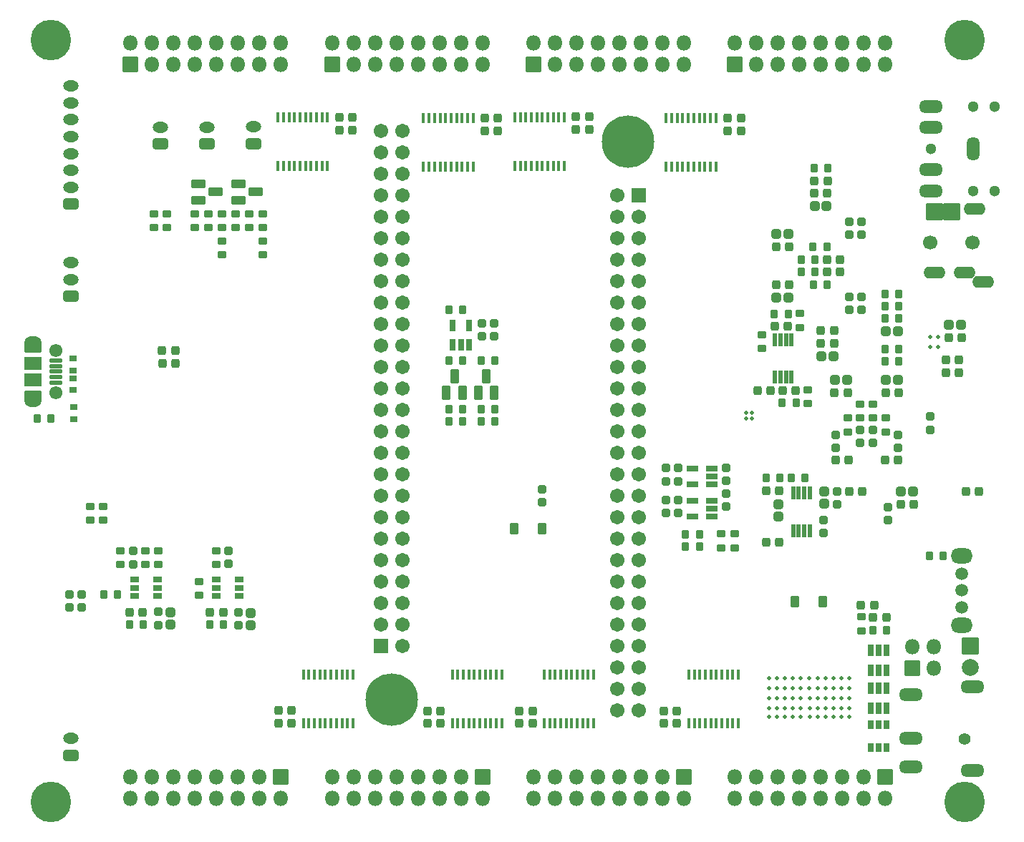
<source format=gbr>
%TF.GenerationSoftware,KiCad,Pcbnew,(6.0.11)*%
%TF.CreationDate,2024-03-19T14:27:04-04:00*%
%TF.ProjectId,Ultrasonic Sound Steering - Control Rev. B,556c7472-6173-46f6-9e69-6320536f756e,rev?*%
%TF.SameCoordinates,Original*%
%TF.FileFunction,Soldermask,Bot*%
%TF.FilePolarity,Negative*%
%FSLAX46Y46*%
G04 Gerber Fmt 4.6, Leading zero omitted, Abs format (unit mm)*
G04 Created by KiCad (PCBNEW (6.0.11)) date 2024-03-19 14:27:04*
%MOMM*%
%LPD*%
G01*
G04 APERTURE LIST*
G04 Aperture macros list*
%AMRoundRect*
0 Rectangle with rounded corners*
0 $1 Rounding radius*
0 $2 $3 $4 $5 $6 $7 $8 $9 X,Y pos of 4 corners*
0 Add a 4 corners polygon primitive as box body*
4,1,4,$2,$3,$4,$5,$6,$7,$8,$9,$2,$3,0*
0 Add four circle primitives for the rounded corners*
1,1,$1+$1,$2,$3*
1,1,$1+$1,$4,$5*
1,1,$1+$1,$6,$7*
1,1,$1+$1,$8,$9*
0 Add four rect primitives between the rounded corners*
20,1,$1+$1,$2,$3,$4,$5,0*
20,1,$1+$1,$4,$5,$6,$7,0*
20,1,$1+$1,$6,$7,$8,$9,0*
20,1,$1+$1,$8,$9,$2,$3,0*%
G04 Aperture macros list end*
%ADD10RoundRect,0.102000X-0.754000X0.754000X-0.754000X-0.754000X0.754000X-0.754000X0.754000X0.754000X0*%
%ADD11C,1.712000*%
%ADD12C,6.204000*%
%ADD13C,0.504000*%
%ADD14C,4.800000*%
%ADD15C,1.500000*%
%ADD16O,2.600000X1.824000*%
%ADD17RoundRect,0.102000X-0.900000X0.900000X-0.900000X-0.900000X0.900000X-0.900000X0.900000X0.900000X0*%
%ADD18C,2.004000*%
%ADD19RoundRect,0.300000X0.625000X-0.350000X0.625000X0.350000X-0.625000X0.350000X-0.625000X-0.350000X0*%
%ADD20O,1.850000X1.300000*%
%ADD21RoundRect,0.275000X-0.225000X-0.250000X0.225000X-0.250000X0.225000X0.250000X-0.225000X0.250000X0*%
%ADD22RoundRect,0.050000X0.850000X-0.850000X0.850000X0.850000X-0.850000X0.850000X-0.850000X-0.850000X0*%
%ADD23O,1.800000X1.800000*%
%ADD24C,1.700000*%
%ADD25O,2.604000X1.404000*%
%ADD26RoundRect,0.102000X0.900000X0.900000X-0.900000X0.900000X-0.900000X-0.900000X0.900000X-0.900000X0*%
%ADD27RoundRect,0.050000X0.152400X-0.584200X0.152400X0.584200X-0.152400X0.584200X-0.152400X-0.584200X0*%
%ADD28RoundRect,0.250000X0.275000X-0.200000X0.275000X0.200000X-0.275000X0.200000X-0.275000X-0.200000X0*%
%ADD29RoundRect,0.300000X0.287500X0.275000X-0.287500X0.275000X-0.287500X-0.275000X0.287500X-0.275000X0*%
%ADD30RoundRect,0.250000X-0.200000X-0.275000X0.200000X-0.275000X0.200000X0.275000X-0.200000X0.275000X0*%
%ADD31RoundRect,0.050000X-0.850000X0.850000X-0.850000X-0.850000X0.850000X-0.850000X0.850000X0.850000X0*%
%ADD32RoundRect,0.250000X-0.275000X0.200000X-0.275000X-0.200000X0.275000X-0.200000X0.275000X0.200000X0*%
%ADD33RoundRect,0.050000X-0.350000X0.300000X-0.350000X-0.300000X0.350000X-0.300000X0.350000X0.300000X0*%
%ADD34RoundRect,0.050000X-0.152400X0.584200X-0.152400X-0.584200X0.152400X-0.584200X0.152400X0.584200X0*%
%ADD35RoundRect,0.050000X0.431800X0.800100X-0.431800X0.800100X-0.431800X-0.800100X0.431800X-0.800100X0*%
%ADD36RoundRect,0.275000X0.225000X0.250000X-0.225000X0.250000X-0.225000X-0.250000X0.225000X-0.250000X0*%
%ADD37RoundRect,0.050000X-0.488950X-0.279400X0.488950X-0.279400X0.488950X0.279400X-0.488950X0.279400X0*%
%ADD38RoundRect,0.275000X-0.250000X0.225000X-0.250000X-0.225000X0.250000X-0.225000X0.250000X0.225000X0*%
%ADD39RoundRect,0.275000X0.250000X-0.225000X0.250000X0.225000X-0.250000X0.225000X-0.250000X-0.225000X0*%
%ADD40RoundRect,0.050000X0.800100X-0.431800X0.800100X0.431800X-0.800100X0.431800X-0.800100X-0.431800X0*%
%ADD41RoundRect,0.050000X0.279400X-0.488950X0.279400X0.488950X-0.279400X0.488950X-0.279400X-0.488950X0*%
%ADD42RoundRect,0.300000X-0.275000X0.287500X-0.275000X-0.287500X0.275000X-0.287500X0.275000X0.287500X0*%
%ADD43RoundRect,0.200000X0.150000X-0.512500X0.150000X0.512500X-0.150000X0.512500X-0.150000X-0.512500X0*%
%ADD44RoundRect,0.250000X0.200000X0.275000X-0.200000X0.275000X-0.200000X-0.275000X0.200000X-0.275000X0*%
%ADD45RoundRect,0.300000X-0.287500X-0.275000X0.287500X-0.275000X0.287500X0.275000X-0.287500X0.275000X0*%
%ADD46RoundRect,0.268750X-0.218750X-0.256250X0.218750X-0.256250X0.218750X0.256250X-0.218750X0.256250X0*%
%ADD47RoundRect,0.050000X0.225000X0.725000X-0.225000X0.725000X-0.225000X-0.725000X0.225000X-0.725000X0*%
%ADD48RoundRect,0.200000X0.512500X0.150000X-0.512500X0.150000X-0.512500X-0.150000X0.512500X-0.150000X0*%
%ADD49RoundRect,0.300000X0.275000X-0.287500X0.275000X0.287500X-0.275000X0.287500X-0.275000X-0.287500X0*%
%ADD50RoundRect,0.050000X0.450000X0.600000X-0.450000X0.600000X-0.450000X-0.600000X0.450000X-0.600000X0*%
%ADD51RoundRect,0.050000X0.266700X-0.647700X0.266700X0.647700X-0.266700X0.647700X-0.266700X-0.647700X0*%
%ADD52RoundRect,0.050000X-0.450000X-0.600000X0.450000X-0.600000X0.450000X0.600000X-0.450000X0.600000X0*%
%ADD53RoundRect,0.050000X0.675000X-0.200000X0.675000X0.200000X-0.675000X0.200000X-0.675000X-0.200000X0*%
%ADD54C,1.550000*%
%ADD55O,2.000000X1.300000*%
%ADD56RoundRect,0.050000X0.950000X-0.750000X0.950000X0.750000X-0.950000X0.750000X-0.950000X-0.750000X0*%
%ADD57RoundRect,0.050000X0.950000X-0.600000X0.950000X0.600000X-0.950000X0.600000X-0.950000X-0.600000X0*%
%ADD58RoundRect,0.050000X0.350000X-0.300000X0.350000X0.300000X-0.350000X0.300000X-0.350000X-0.300000X0*%
%ADD59C,1.300000*%
%ADD60O,1.512000X2.820000*%
%ADD61O,2.820000X1.512000*%
%ADD62RoundRect,0.050000X-0.215900X0.679450X-0.215900X-0.679450X0.215900X-0.679450X0.215900X0.679450X0*%
%ADD63C,1.400000*%
%ADD64RoundRect,0.050000X-0.279400X0.647700X-0.279400X-0.647700X0.279400X-0.647700X0.279400X0.647700X0*%
G04 APERTURE END LIST*
D10*
%TO.C,U17*%
X128990000Y-123050000D03*
X159470000Y-69700000D03*
D11*
X131530000Y-123050000D03*
X156930000Y-69700000D03*
X128990000Y-120510000D03*
X159470000Y-72240000D03*
X131530000Y-120510000D03*
X156930000Y-72240000D03*
X128990000Y-117970000D03*
X159470000Y-74780000D03*
X131530000Y-117970000D03*
X156930000Y-74780000D03*
X128990000Y-115430000D03*
X159470000Y-77320000D03*
X131530000Y-115430000D03*
X156930000Y-77320000D03*
X128990000Y-112890000D03*
X159470000Y-79860000D03*
X131530000Y-112890000D03*
X156930000Y-79860000D03*
X128990000Y-110350000D03*
X159470000Y-82400000D03*
X131530000Y-110350000D03*
X156930000Y-82400000D03*
X128990000Y-107810000D03*
X159470000Y-84940000D03*
X131530000Y-107810000D03*
X156930000Y-84940000D03*
X128990000Y-105270000D03*
X159470000Y-87480000D03*
X131530000Y-105270000D03*
X156930000Y-87480000D03*
X128990000Y-102730000D03*
X159470000Y-90020000D03*
X131530000Y-102730000D03*
X156930000Y-90020000D03*
X128990000Y-100190000D03*
X159470000Y-92560000D03*
X131530000Y-100190000D03*
X156930000Y-92560000D03*
X128990000Y-97650000D03*
X159470000Y-95100000D03*
X131530000Y-97650000D03*
X156930000Y-95100000D03*
X128990000Y-95110000D03*
X159470000Y-97640000D03*
X131530000Y-95110000D03*
X156930000Y-97640000D03*
X128990000Y-92570000D03*
X159470000Y-100180000D03*
X131530000Y-92570000D03*
X156930000Y-100180000D03*
X128990000Y-90030000D03*
X159470000Y-102720000D03*
X131530000Y-90030000D03*
X156930000Y-102720000D03*
X128990000Y-87490000D03*
X159470000Y-105260000D03*
X131530000Y-87490000D03*
X156930000Y-105260000D03*
X128990000Y-84950000D03*
X159470000Y-107800000D03*
X131530000Y-84950000D03*
X156930000Y-107800000D03*
X128990000Y-82410000D03*
X159470000Y-110340000D03*
X131530000Y-82410000D03*
X156930000Y-110340000D03*
X128990000Y-79870000D03*
X159470000Y-112880000D03*
X131530000Y-79870000D03*
X156930000Y-112880000D03*
X128990000Y-77330000D03*
X159470000Y-115420000D03*
X131530000Y-77330000D03*
X156930000Y-115420000D03*
X128990000Y-74790000D03*
X159470000Y-117960000D03*
X131530000Y-74790000D03*
X156930000Y-117960000D03*
X128990000Y-72250000D03*
X159470000Y-120500000D03*
X131530000Y-72250000D03*
X156930000Y-120500000D03*
X128990000Y-69710000D03*
X159470000Y-123040000D03*
X131530000Y-69710000D03*
X156930000Y-123040000D03*
X128990000Y-67170000D03*
X159470000Y-125580000D03*
X131530000Y-67170000D03*
X156930000Y-125580000D03*
X128990000Y-64630000D03*
X159470000Y-128120000D03*
X131530000Y-64630000D03*
X156930000Y-128120000D03*
X128990000Y-62090000D03*
X159470000Y-130660000D03*
X131530000Y-62090000D03*
X156930000Y-130660000D03*
D12*
X158200000Y-63350000D03*
X130260000Y-129400000D03*
%TD*%
D13*
%TO.C,*%
X178590000Y-130460000D03*
%TD*%
%TO.C,*%
X176732500Y-130472500D03*
%TD*%
%TO.C,*%
X179640000Y-126875000D03*
%TD*%
D14*
%TO.C,H2*%
X89930177Y-51350000D03*
%TD*%
D13*
%TO.C,*%
X182440000Y-131465000D03*
%TD*%
%TO.C,*%
X176732500Y-129267500D03*
%TD*%
%TO.C,*%
X176732500Y-131472500D03*
%TD*%
%TO.C,*%
X183380000Y-128070000D03*
%TD*%
%TO.C,*%
X184350000Y-130445000D03*
%TD*%
%TO.C,*%
X177660000Y-126865000D03*
%TD*%
%TO.C,*%
X183380000Y-131465000D03*
%TD*%
%TO.C,*%
X175810000Y-130470000D03*
%TD*%
D15*
%TO.C,SW1*%
X197625000Y-118510000D03*
X197625000Y-116510000D03*
X197625000Y-114510000D03*
D16*
X197625000Y-112410000D03*
X197625000Y-120610000D03*
%TD*%
D13*
%TO.C,*%
X174860000Y-126875000D03*
%TD*%
D17*
%TO.C,P13*%
X198690000Y-123092500D03*
D18*
X198690000Y-125632500D03*
%TD*%
D13*
%TO.C,*%
X172830000Y-96160000D03*
%TD*%
%TO.C,*%
X174850000Y-129265000D03*
%TD*%
%TO.C,*%
X184340000Y-126850000D03*
%TD*%
%TO.C,*%
X194880000Y-87710000D03*
%TD*%
%TO.C,*%
X176742500Y-126877500D03*
%TD*%
%TO.C,*%
X176742500Y-128082500D03*
%TD*%
%TO.C,*%
X172155000Y-95485000D03*
%TD*%
%TO.C,*%
X174860000Y-128080000D03*
%TD*%
%TO.C,*%
X182450000Y-129255000D03*
%TD*%
%TO.C,*%
X182440000Y-128070000D03*
%TD*%
D14*
%TO.C,H1*%
X197930189Y-51350000D03*
%TD*%
D13*
%TO.C,*%
X174850000Y-131470000D03*
%TD*%
%TO.C,*%
X184340000Y-128055000D03*
%TD*%
%TO.C,*%
X177650000Y-130460000D03*
%TD*%
%TO.C,*%
X184350000Y-129240000D03*
%TD*%
%TO.C,*%
X182450000Y-130460000D03*
%TD*%
%TO.C,*%
X177660000Y-128070000D03*
%TD*%
%TO.C,*%
X180610000Y-130470000D03*
%TD*%
%TO.C,*%
X181522500Y-131477500D03*
%TD*%
%TO.C,*%
X180610000Y-131470000D03*
%TD*%
D19*
%TO.C,P20*%
X102880000Y-63660000D03*
D20*
X102880000Y-61660000D03*
%TD*%
D13*
%TO.C,*%
X182440000Y-126865000D03*
%TD*%
%TO.C,*%
X194880000Y-86505000D03*
%TD*%
%TO.C,*%
X184340000Y-131450000D03*
%TD*%
%TO.C,*%
X178600000Y-126865000D03*
%TD*%
D19*
%TO.C,P10*%
X113880000Y-63650000D03*
D20*
X113880000Y-61650000D03*
%TD*%
D14*
%TO.C,H3*%
X197930172Y-141500000D03*
%TD*%
D13*
%TO.C,*%
X175820000Y-128080000D03*
%TD*%
%TO.C,*%
X180600000Y-128080000D03*
%TD*%
%TO.C,*%
X172155000Y-96160000D03*
%TD*%
%TO.C,*%
X177650000Y-129255000D03*
%TD*%
%TO.C,*%
X179650000Y-131470000D03*
%TD*%
%TO.C,*%
X183380000Y-126865000D03*
%TD*%
%TO.C,*%
X193940000Y-87710000D03*
%TD*%
%TO.C,*%
X175810000Y-131470000D03*
%TD*%
%TO.C,*%
X183390000Y-129255000D03*
%TD*%
%TO.C,*%
X180600000Y-126875000D03*
%TD*%
%TO.C,*%
X175810000Y-129265000D03*
%TD*%
%TO.C,*%
X175820000Y-126875000D03*
%TD*%
%TO.C,*%
X178590000Y-131460000D03*
%TD*%
%TO.C,*%
X177650000Y-131460000D03*
%TD*%
%TO.C,*%
X172830000Y-95485000D03*
%TD*%
%TO.C,*%
X183390000Y-130460000D03*
%TD*%
D14*
%TO.C,H4*%
X89930214Y-141500000D03*
%TD*%
D13*
%TO.C,*%
X178590000Y-129255000D03*
%TD*%
%TO.C,*%
X181532500Y-129267500D03*
%TD*%
%TO.C,*%
X181522500Y-128082500D03*
%TD*%
%TO.C,*%
X179650000Y-130470000D03*
%TD*%
%TO.C,*%
X181532500Y-130472500D03*
%TD*%
%TO.C,*%
X180610000Y-129265000D03*
%TD*%
%TO.C,*%
X179650000Y-129265000D03*
%TD*%
%TO.C,*%
X178600000Y-128070000D03*
%TD*%
%TO.C,*%
X179640000Y-128080000D03*
%TD*%
D19*
%TO.C,P17*%
X108380000Y-63655000D03*
D20*
X108380000Y-61655000D03*
%TD*%
D13*
%TO.C,*%
X174850000Y-130470000D03*
%TD*%
%TO.C,*%
X193940000Y-86505000D03*
%TD*%
%TO.C,*%
X181522500Y-126877500D03*
%TD*%
D21*
%TO.C,C5*%
X108760000Y-119100000D03*
X110310000Y-119100000D03*
%TD*%
%TO.C,C124*%
X162425000Y-130760000D03*
X163975000Y-130760000D03*
%TD*%
D22*
%TO.C,P5*%
X188585101Y-138560000D03*
D23*
X188585101Y-141100000D03*
X186045101Y-138560000D03*
X186045101Y-141100000D03*
X183505101Y-138560000D03*
X183505101Y-141100000D03*
X180965101Y-138560000D03*
X180965101Y-141100000D03*
X178425101Y-138560000D03*
X178425101Y-141100000D03*
X175885101Y-138560000D03*
X175885101Y-141100000D03*
X173345101Y-138560000D03*
X173345101Y-141100000D03*
X170805101Y-138560000D03*
X170805101Y-141100000D03*
%TD*%
D24*
%TO.C,P11*%
X198940000Y-75320000D03*
X193940000Y-75320000D03*
D25*
X200140000Y-80020000D03*
X194440000Y-78920000D03*
D26*
X194440000Y-71720000D03*
D25*
X199140000Y-71320000D03*
X197940000Y-78920000D03*
D26*
X196440000Y-71720000D03*
%TD*%
D27*
%TO.C,U21*%
X122655000Y-66230200D03*
X122004999Y-66230200D03*
X121355001Y-66230200D03*
X120704999Y-66230200D03*
X120055001Y-66230200D03*
X119405002Y-66230200D03*
X118755001Y-66230200D03*
X118105002Y-66230200D03*
X117455001Y-66230200D03*
X116805002Y-66230200D03*
X116805000Y-60489800D03*
X117454998Y-60489800D03*
X118104999Y-60489800D03*
X118754998Y-60489800D03*
X119404999Y-60489800D03*
X120054998Y-60489800D03*
X120704999Y-60489800D03*
X121354998Y-60489800D03*
X122004999Y-60489800D03*
X122654998Y-60489800D03*
%TD*%
D28*
%TO.C,R130*%
X169220000Y-111465000D03*
X169220000Y-109815000D03*
%TD*%
D29*
%TO.C,C145*%
X184062500Y-91560000D03*
X182637500Y-91560000D03*
%TD*%
D19*
%TO.C,P21*%
X92290000Y-136030000D03*
D20*
X92290000Y-134030000D03*
%TD*%
D30*
%TO.C,R84*%
X137010000Y-89254500D03*
X138660000Y-89254500D03*
%TD*%
%TO.C,R89*%
X177446500Y-103214600D03*
X179096500Y-103214600D03*
%TD*%
D31*
%TO.C,P16*%
X191770000Y-125660000D03*
D23*
X191770000Y-123120000D03*
X194310000Y-125660000D03*
X194310000Y-123120000D03*
%TD*%
D32*
%TO.C,R59*%
X115001000Y-75112501D03*
X115001000Y-76762501D03*
%TD*%
D33*
%TO.C,D25*%
X92590000Y-92800000D03*
X92590000Y-91400000D03*
%TD*%
D28*
%TO.C,R90*%
X179450000Y-94395000D03*
X179450000Y-92745000D03*
%TD*%
D30*
%TO.C,R91*%
X140780000Y-89254500D03*
X142430000Y-89254500D03*
%TD*%
D34*
%TO.C,U18*%
X148265000Y-126489800D03*
X148915001Y-126489800D03*
X149564999Y-126489800D03*
X150215001Y-126489800D03*
X150864999Y-126489800D03*
X151514998Y-126489800D03*
X152164999Y-126489800D03*
X152814998Y-126489800D03*
X153464999Y-126489800D03*
X154114998Y-126489800D03*
X154115000Y-132230200D03*
X153465002Y-132230200D03*
X152815001Y-132230200D03*
X152165002Y-132230200D03*
X151515001Y-132230200D03*
X150865002Y-132230200D03*
X150215001Y-132230200D03*
X149565002Y-132230200D03*
X148915001Y-132230200D03*
X148265002Y-132230200D03*
%TD*%
D35*
%TO.C,Q8*%
X142375001Y-93140000D03*
X140474999Y-93140000D03*
X141425000Y-91129000D03*
%TD*%
D32*
%TO.C,R50*%
X185740000Y-119635000D03*
X185740000Y-121285000D03*
%TD*%
D36*
%TO.C,C126*%
X125595000Y-60490000D03*
X124045000Y-60490000D03*
%TD*%
D28*
%TO.C,R52*%
X103620000Y-73577500D03*
X103620000Y-71927500D03*
%TD*%
D37*
%TO.C,U2*%
X99819750Y-117140001D03*
X99819750Y-116190000D03*
X99819750Y-115239999D03*
X102550250Y-115239999D03*
X102550250Y-116190000D03*
X102550250Y-117140001D03*
%TD*%
D38*
%TO.C,C17*%
X93580000Y-116980000D03*
X93580000Y-118530000D03*
%TD*%
D39*
%TO.C,C41*%
X190110000Y-99645000D03*
X190110000Y-98095000D03*
%TD*%
D38*
%TO.C,C11*%
X102615000Y-119035000D03*
X102615000Y-120585000D03*
%TD*%
D30*
%TO.C,R57*%
X176415000Y-94320000D03*
X178065000Y-94320000D03*
%TD*%
D36*
%TO.C,C143*%
X184145000Y-93092500D03*
X182595000Y-93092500D03*
%TD*%
%TO.C,C2*%
X153580000Y-61960000D03*
X152030000Y-61960000D03*
%TD*%
D28*
%TO.C,R7*%
X101125000Y-113435000D03*
X101125000Y-111785000D03*
%TD*%
D40*
%TO.C,Q2*%
X107380000Y-70290002D03*
X107380000Y-68390000D03*
X109391000Y-69340001D03*
%TD*%
D38*
%TO.C,C139*%
X185770000Y-81760000D03*
X185770000Y-83310000D03*
%TD*%
D29*
%TO.C,C6*%
X190102500Y-85850000D03*
X188677500Y-85850000D03*
%TD*%
D21*
%TO.C,C78*%
X187175000Y-119720000D03*
X188725000Y-119720000D03*
%TD*%
D39*
%TO.C,C55*%
X187160000Y-99042500D03*
X187160000Y-97492500D03*
%TD*%
D41*
%TO.C,U9*%
X188760000Y-135125250D03*
X187809999Y-135125250D03*
X186859998Y-135125250D03*
X186859998Y-132394750D03*
X187809999Y-132394750D03*
X188760000Y-132394750D03*
%TD*%
D42*
%TO.C,C10*%
X104100000Y-119117500D03*
X104100000Y-120542500D03*
%TD*%
D36*
%TO.C,C23*%
X181755000Y-69510000D03*
X180205000Y-69510000D03*
%TD*%
%TO.C,C20*%
X197635000Y-86600000D03*
X196085000Y-86600000D03*
%TD*%
D30*
%TO.C,R95*%
X178635231Y-77323291D03*
X180285231Y-77323291D03*
%TD*%
D43*
%TO.C,U25*%
X139365000Y-87392000D03*
X138415000Y-87392000D03*
X137465000Y-87392000D03*
X137465000Y-85117000D03*
X139365000Y-85117000D03*
%TD*%
D21*
%TO.C,C157*%
X180971631Y-87240000D03*
X182521631Y-87240000D03*
%TD*%
%TO.C,C121*%
X145335000Y-132250000D03*
X146885000Y-132250000D03*
%TD*%
D36*
%TO.C,C151*%
X176085000Y-110820000D03*
X174535000Y-110820000D03*
%TD*%
D44*
%TO.C,R126*%
X195440000Y-112410000D03*
X193790000Y-112410000D03*
%TD*%
D38*
%TO.C,C154*%
X182880000Y-104765000D03*
X182880000Y-106315000D03*
%TD*%
D21*
%TO.C,C129*%
X116875000Y-130720000D03*
X118425000Y-130720000D03*
%TD*%
%TO.C,C125*%
X116875000Y-132250000D03*
X118425000Y-132250000D03*
%TD*%
D37*
%TO.C,U1*%
X109478825Y-117140001D03*
X109478825Y-116190000D03*
X109478825Y-115239999D03*
X112209325Y-115239999D03*
X112209325Y-116190000D03*
X112209325Y-117140001D03*
%TD*%
D21*
%TO.C,C48*%
X188620000Y-93092500D03*
X190170000Y-93092500D03*
%TD*%
D35*
%TO.C,Q7*%
X138605001Y-93145500D03*
X136704999Y-93145500D03*
X137655000Y-91134500D03*
%TD*%
D38*
%TO.C,C63*%
X184310000Y-81760000D03*
X184310000Y-83310000D03*
%TD*%
D32*
%TO.C,R9*%
X98135000Y-111785000D03*
X98135000Y-113435000D03*
%TD*%
D31*
%TO.C,P4*%
X99305101Y-54240000D03*
D23*
X99305101Y-51700000D03*
X101845101Y-54240000D03*
X101845101Y-51700000D03*
X104385101Y-54240000D03*
X104385101Y-51700000D03*
X106925101Y-54240000D03*
X106925101Y-51700000D03*
X109465101Y-54240000D03*
X109465101Y-51700000D03*
X112005101Y-54240000D03*
X112005101Y-51700000D03*
X114545101Y-54240000D03*
X114545101Y-51700000D03*
X117085101Y-54240000D03*
X117085101Y-51700000D03*
%TD*%
D21*
%TO.C,C90*%
X198125000Y-104790000D03*
X199675000Y-104790000D03*
%TD*%
%TO.C,C25*%
X195745000Y-90745000D03*
X197295000Y-90745000D03*
%TD*%
D45*
%TO.C,C161*%
X181057500Y-88750000D03*
X182482500Y-88750000D03*
%TD*%
D36*
%TO.C,C57*%
X183270231Y-77323291D03*
X181720231Y-77323291D03*
%TD*%
D30*
%TO.C,R103*%
X174481500Y-103214600D03*
X176131500Y-103214600D03*
%TD*%
D21*
%TO.C,C24*%
X195750000Y-89235000D03*
X197300000Y-89235000D03*
%TD*%
D28*
%TO.C,R64*%
X110190000Y-73560000D03*
X110190000Y-71910000D03*
%TD*%
%TO.C,R60*%
X115000000Y-73555000D03*
X115000000Y-71905000D03*
%TD*%
D36*
%TO.C,C58*%
X183270231Y-78823291D03*
X181720231Y-78823291D03*
%TD*%
D32*
%TO.C,R63*%
X110191000Y-75115001D03*
X110191000Y-76765001D03*
%TD*%
D30*
%TO.C,R22*%
X188565000Y-87900000D03*
X190215000Y-87900000D03*
%TD*%
D38*
%TO.C,C77*%
X147980000Y-104545000D03*
X147980000Y-106095000D03*
%TD*%
D44*
%TO.C,R83*%
X138660000Y-95030000D03*
X137010000Y-95030000D03*
%TD*%
D29*
%TO.C,C53*%
X177142500Y-81820000D03*
X175717500Y-81820000D03*
%TD*%
D21*
%TO.C,C122*%
X162425000Y-132220000D03*
X163975000Y-132220000D03*
%TD*%
D44*
%TO.C,R18*%
X190215000Y-82880000D03*
X188565000Y-82880000D03*
%TD*%
D21*
%TO.C,C155*%
X180971631Y-85720000D03*
X182521631Y-85720000D03*
%TD*%
D36*
%TO.C,C42*%
X175055000Y-92860000D03*
X173505000Y-92860000D03*
%TD*%
D30*
%TO.C,R123*%
X137010000Y-83300000D03*
X138660000Y-83300000D03*
%TD*%
D22*
%TO.C,P7*%
X140977601Y-138560000D03*
D23*
X140977601Y-141100000D03*
X138437601Y-138560000D03*
X138437601Y-141100000D03*
X135897601Y-138560000D03*
X135897601Y-141100000D03*
X133357601Y-138560000D03*
X133357601Y-141100000D03*
X130817601Y-138560000D03*
X130817601Y-141100000D03*
X128277601Y-138560000D03*
X128277601Y-141100000D03*
X125737601Y-138560000D03*
X125737601Y-141100000D03*
X123197601Y-138560000D03*
X123197601Y-141100000D03*
%TD*%
D21*
%TO.C,C1*%
X134485000Y-130740000D03*
X136035000Y-130740000D03*
%TD*%
%TO.C,C123*%
X145335000Y-130790000D03*
X146885000Y-130790000D03*
%TD*%
D44*
%TO.C,R86*%
X142430000Y-95024500D03*
X140780000Y-95024500D03*
%TD*%
D36*
%TO.C,C93*%
X178015000Y-92860000D03*
X176465000Y-92860000D03*
%TD*%
D31*
%TO.C,P1*%
X170805101Y-54240000D03*
D23*
X170805101Y-51700000D03*
X173345101Y-54240000D03*
X173345101Y-51700000D03*
X175885101Y-54240000D03*
X175885101Y-51700000D03*
X178425101Y-54240000D03*
X178425101Y-51700000D03*
X180965101Y-54240000D03*
X180965101Y-51700000D03*
X183505101Y-54240000D03*
X183505101Y-51700000D03*
X186045101Y-54240000D03*
X186045101Y-51700000D03*
X188585101Y-54240000D03*
X188585101Y-51700000D03*
%TD*%
D38*
%TO.C,C14*%
X92120000Y-116975000D03*
X92120000Y-118525000D03*
%TD*%
D40*
%TO.C,Q1*%
X112154700Y-70286302D03*
X112154700Y-68386300D03*
X114165700Y-69336301D03*
%TD*%
D42*
%TO.C,C8*%
X113578825Y-119157501D03*
X113578825Y-120582501D03*
%TD*%
D38*
%TO.C,C4*%
X99635000Y-111835000D03*
X99635000Y-113385000D03*
%TD*%
D30*
%TO.C,R87*%
X180105000Y-80280000D03*
X181755000Y-80280000D03*
%TD*%
D39*
%TO.C,C66*%
X184310000Y-74430000D03*
X184310000Y-72880000D03*
%TD*%
D36*
%TO.C,C99*%
X142785000Y-60590000D03*
X141235000Y-60590000D03*
%TD*%
D46*
%TO.C,L1*%
X184300000Y-104790000D03*
X185875000Y-104790000D03*
%TD*%
D31*
%TO.C,P2*%
X147020101Y-54240000D03*
D23*
X147020101Y-51700000D03*
X149560101Y-54240000D03*
X149560101Y-51700000D03*
X152100101Y-54240000D03*
X152100101Y-51700000D03*
X154640101Y-54240000D03*
X154640101Y-51700000D03*
X157180101Y-54240000D03*
X157180101Y-51700000D03*
X159720101Y-54240000D03*
X159720101Y-51700000D03*
X162260101Y-54240000D03*
X162260101Y-51700000D03*
X164800101Y-54240000D03*
X164800101Y-51700000D03*
%TD*%
D28*
%TO.C,R20*%
X107430000Y-117080000D03*
X107430000Y-115430000D03*
%TD*%
D29*
%TO.C,C18*%
X197550000Y-85090000D03*
X196125000Y-85090000D03*
%TD*%
D38*
%TO.C,C137*%
X181290000Y-108155000D03*
X181290000Y-109705000D03*
%TD*%
D29*
%TO.C,C156*%
X191865000Y-104792000D03*
X190440000Y-104792000D03*
%TD*%
D47*
%TO.C,U23*%
X177523631Y-91250000D03*
X176873631Y-91250000D03*
X176223631Y-91250000D03*
X175573631Y-91250000D03*
X175573631Y-86850000D03*
X176223631Y-86850000D03*
X176873631Y-86850000D03*
X177523631Y-86850000D03*
%TD*%
D44*
%TO.C,R11*%
X100865000Y-120565000D03*
X99215000Y-120565000D03*
%TD*%
D22*
%TO.C,P6*%
X164800101Y-138560000D03*
D23*
X164800101Y-141100000D03*
X162260101Y-138560000D03*
X162260101Y-141100000D03*
X159720101Y-138560000D03*
X159720101Y-141100000D03*
X157180101Y-138560000D03*
X157180101Y-141100000D03*
X154640101Y-138560000D03*
X154640101Y-141100000D03*
X152100101Y-138560000D03*
X152100101Y-141100000D03*
X149560101Y-138560000D03*
X149560101Y-141100000D03*
X147020101Y-138560000D03*
X147020101Y-141100000D03*
%TD*%
D48*
%TO.C,U26*%
X168095750Y-102060000D03*
X168095750Y-103010000D03*
X168095750Y-103960000D03*
X165820750Y-103960000D03*
X165820750Y-102060000D03*
%TD*%
D38*
%TO.C,C128*%
X140895000Y-84904500D03*
X140895000Y-86454500D03*
%TD*%
D39*
%TO.C,C32*%
X193930000Y-97485000D03*
X193930000Y-95935000D03*
%TD*%
D32*
%TO.C,R122*%
X178490000Y-83715000D03*
X178490000Y-85365000D03*
%TD*%
D27*
%TO.C,U14*%
X168555000Y-66330200D03*
X167904999Y-66330200D03*
X167255001Y-66330200D03*
X166604999Y-66330200D03*
X165955001Y-66330200D03*
X165305002Y-66330200D03*
X164655001Y-66330200D03*
X164005002Y-66330200D03*
X163355001Y-66330200D03*
X162705002Y-66330200D03*
X162705000Y-60589800D03*
X163354998Y-60589800D03*
X164004999Y-60589800D03*
X164654998Y-60589800D03*
X165304999Y-60589800D03*
X165954998Y-60589800D03*
X166604999Y-60589800D03*
X167254998Y-60589800D03*
X167904999Y-60589800D03*
X168554998Y-60589800D03*
%TD*%
D36*
%TO.C,C132*%
X104657500Y-89640000D03*
X103107500Y-89640000D03*
%TD*%
D32*
%TO.C,R106*%
X174010000Y-86225000D03*
X174010000Y-87875000D03*
%TD*%
D21*
%TO.C,C94*%
X134485000Y-132250000D03*
X136035000Y-132250000D03*
%TD*%
D49*
%TO.C,C153*%
X181370000Y-106235000D03*
X181370000Y-104810000D03*
%TD*%
D44*
%TO.C,R13*%
X190215000Y-89360000D03*
X188565000Y-89360000D03*
%TD*%
D39*
%TO.C,C144*%
X185770000Y-74430000D03*
X185770000Y-72880000D03*
%TD*%
D30*
%TO.C,R19*%
X188565000Y-84340000D03*
X190215000Y-84340000D03*
%TD*%
%TO.C,R42*%
X180065000Y-75860000D03*
X181715000Y-75860000D03*
%TD*%
D36*
%TO.C,C45*%
X190135000Y-101080000D03*
X188585000Y-101080000D03*
%TD*%
D22*
%TO.C,P8*%
X117085101Y-138560000D03*
D23*
X117085101Y-141100000D03*
X114545101Y-138560000D03*
X114545101Y-141100000D03*
X112005101Y-138560000D03*
X112005101Y-141100000D03*
X109465101Y-138560000D03*
X109465101Y-141100000D03*
X106925101Y-138560000D03*
X106925101Y-141100000D03*
X104385101Y-138560000D03*
X104385101Y-141100000D03*
X101845101Y-138560000D03*
X101845101Y-141100000D03*
X99305101Y-138560000D03*
X99305101Y-141100000D03*
%TD*%
D36*
%TO.C,C98*%
X104652500Y-88100000D03*
X103102500Y-88100000D03*
%TD*%
D50*
%TO.C,D4*%
X181200000Y-117860000D03*
X177900000Y-117860000D03*
%TD*%
D28*
%TO.C,R61*%
X113401000Y-73562501D03*
X113401000Y-71912501D03*
%TD*%
D34*
%TO.C,U15*%
X137405000Y-126489800D03*
X138055001Y-126489800D03*
X138704999Y-126489800D03*
X139355001Y-126489800D03*
X140004999Y-126489800D03*
X140654998Y-126489800D03*
X141304999Y-126489800D03*
X141954998Y-126489800D03*
X142604999Y-126489800D03*
X143254998Y-126489800D03*
X143255000Y-132230200D03*
X142605002Y-132230200D03*
X141955001Y-132230200D03*
X141305002Y-132230200D03*
X140655001Y-132230200D03*
X140005002Y-132230200D03*
X139355001Y-132230200D03*
X138705002Y-132230200D03*
X138055001Y-132230200D03*
X137405002Y-132230200D03*
%TD*%
D36*
%TO.C,C96*%
X142780000Y-62110000D03*
X141230000Y-62110000D03*
%TD*%
D51*
%TO.C,Q5*%
X188772500Y-130483000D03*
X187820000Y-130483000D03*
X186867500Y-130483000D03*
X186867500Y-128070000D03*
X187820000Y-128070000D03*
X188772500Y-128070000D03*
%TD*%
D32*
%TO.C,R6*%
X102605000Y-111785000D03*
X102605000Y-113435000D03*
%TD*%
%TO.C,R92*%
X187160000Y-94442500D03*
X187160000Y-96092500D03*
%TD*%
D52*
%TO.C,D2*%
X144710000Y-109150000D03*
X148010000Y-109150000D03*
%TD*%
D39*
%TO.C,C35*%
X182730000Y-99630000D03*
X182730000Y-98080000D03*
%TD*%
D34*
%TO.C,U20*%
X119805000Y-126489800D03*
X120455001Y-126489800D03*
X121104999Y-126489800D03*
X121755001Y-126489800D03*
X122404999Y-126489800D03*
X123054998Y-126489800D03*
X123704999Y-126489800D03*
X124354998Y-126489800D03*
X125004999Y-126489800D03*
X125654998Y-126489800D03*
X125655000Y-132230200D03*
X125005002Y-132230200D03*
X124355001Y-132230200D03*
X123705002Y-132230200D03*
X123055001Y-132230200D03*
X122405002Y-132230200D03*
X121755001Y-132230200D03*
X121105002Y-132230200D03*
X120455001Y-132230200D03*
X119805002Y-132230200D03*
%TD*%
D28*
%TO.C,R66*%
X106991000Y-73565001D03*
X106991000Y-71915001D03*
%TD*%
D53*
%TO.C,P18*%
X90510000Y-91900000D03*
X90510000Y-91250000D03*
X90510000Y-90600000D03*
X90510000Y-89950000D03*
X90510000Y-89300000D03*
D54*
X90510000Y-88100000D03*
X90510000Y-93100000D03*
D55*
X87810000Y-87100000D03*
D56*
X87810000Y-89600000D03*
D55*
X87810000Y-94100000D03*
D56*
X87810000Y-91600000D03*
D57*
X87810000Y-87700000D03*
X87810000Y-93500000D03*
%TD*%
D58*
%TO.C,D24*%
X92590000Y-89060000D03*
X92590000Y-90460000D03*
%TD*%
D45*
%TO.C,C51*%
X188697500Y-91580000D03*
X190122500Y-91580000D03*
%TD*%
D28*
%TO.C,R62*%
X111801000Y-73562501D03*
X111801000Y-71912501D03*
%TD*%
%TO.C,R129*%
X170760000Y-111465000D03*
X170760000Y-109815000D03*
%TD*%
D33*
%TO.C,D23*%
X92610000Y-96210000D03*
X92610000Y-94810000D03*
%TD*%
D34*
%TO.C,U13*%
X165365000Y-126489800D03*
X166015001Y-126489800D03*
X166664999Y-126489800D03*
X167315001Y-126489800D03*
X167964999Y-126489800D03*
X168614998Y-126489800D03*
X169264999Y-126489800D03*
X169914998Y-126489800D03*
X170564999Y-126489800D03*
X171214998Y-126489800D03*
X171215000Y-132230200D03*
X170565002Y-132230200D03*
X169915001Y-132230200D03*
X169265002Y-132230200D03*
X168615001Y-132230200D03*
X167965002Y-132230200D03*
X167315001Y-132230200D03*
X166665002Y-132230200D03*
X166015001Y-132230200D03*
X165365002Y-132230200D03*
%TD*%
D48*
%TO.C,U27*%
X168088500Y-105855000D03*
X168088500Y-106805000D03*
X168088500Y-107755000D03*
X165813500Y-107755000D03*
X165813500Y-105855000D03*
%TD*%
D38*
%TO.C,C76*%
X188880000Y-106650000D03*
X188880000Y-108200000D03*
%TD*%
D21*
%TO.C,C7*%
X99265000Y-119065000D03*
X100815000Y-119065000D03*
%TD*%
D31*
%TO.C,P3*%
X123197601Y-54240000D03*
D23*
X123197601Y-51700000D03*
X125737601Y-54240000D03*
X125737601Y-51700000D03*
X128277601Y-54240000D03*
X128277601Y-51700000D03*
X130817601Y-54240000D03*
X130817601Y-51700000D03*
X133357601Y-54240000D03*
X133357601Y-51700000D03*
X135897601Y-54240000D03*
X135897601Y-51700000D03*
X138437601Y-54240000D03*
X138437601Y-51700000D03*
X140977601Y-54240000D03*
X140977601Y-51700000D03*
%TD*%
D38*
%TO.C,C166*%
X164111000Y-105815000D03*
X164111000Y-107365000D03*
%TD*%
D30*
%TO.C,R49*%
X187125000Y-121205000D03*
X188775000Y-121205000D03*
%TD*%
D44*
%TO.C,R67*%
X89955000Y-96160000D03*
X88305000Y-96160000D03*
%TD*%
D38*
%TO.C,C165*%
X162658250Y-102015000D03*
X162658250Y-103565000D03*
%TD*%
D59*
%TO.C,P12*%
X198990000Y-59220000D03*
X201490000Y-59220000D03*
X193990000Y-64220000D03*
X198990000Y-69220000D03*
X201490000Y-69220000D03*
D60*
X198990000Y-64220000D03*
D61*
X193990000Y-69220000D03*
X193990000Y-59220000D03*
X193990000Y-66720000D03*
X193990000Y-61720000D03*
%TD*%
D44*
%TO.C,R132*%
X166635000Y-111310000D03*
X164985000Y-111310000D03*
%TD*%
D32*
%TO.C,R93*%
X185600000Y-94447500D03*
X185600000Y-96097500D03*
%TD*%
D27*
%TO.C,U16*%
X139855000Y-66330200D03*
X139204999Y-66330200D03*
X138555001Y-66330200D03*
X137904999Y-66330200D03*
X137255001Y-66330200D03*
X136605002Y-66330200D03*
X135955001Y-66330200D03*
X135305002Y-66330200D03*
X134655001Y-66330200D03*
X134005002Y-66330200D03*
X134005000Y-60589800D03*
X134654998Y-60589800D03*
X135304999Y-60589800D03*
X135954998Y-60589800D03*
X136604999Y-60589800D03*
X137254998Y-60589800D03*
X137904999Y-60589800D03*
X138554998Y-60589800D03*
X139204999Y-60589800D03*
X139854998Y-60589800D03*
%TD*%
D28*
%TO.C,R51*%
X102160000Y-73580000D03*
X102160000Y-71930000D03*
%TD*%
D38*
%TO.C,C127*%
X142355000Y-84904500D03*
X142355000Y-86454500D03*
%TD*%
D36*
%TO.C,C97*%
X171515000Y-62110000D03*
X169965000Y-62110000D03*
%TD*%
D38*
%TO.C,C163*%
X169820000Y-102010000D03*
X169820000Y-103560000D03*
%TD*%
D62*
%TO.C,U24*%
X177716501Y-104965750D03*
X178366499Y-104965750D03*
X179016501Y-104965750D03*
X179666499Y-104965750D03*
X179666499Y-109423450D03*
X179016501Y-109423450D03*
X178366499Y-109423450D03*
X177716501Y-109423450D03*
%TD*%
D36*
%TO.C,C84*%
X187265000Y-118250000D03*
X185715000Y-118250000D03*
%TD*%
D19*
%TO.C,P14*%
X92280000Y-70790000D03*
D20*
X92280000Y-68790000D03*
X92280000Y-66790000D03*
X92280000Y-64790000D03*
X92280000Y-62790000D03*
X92280000Y-60790000D03*
X92280000Y-58790000D03*
X92280000Y-56790000D03*
%TD*%
D27*
%TO.C,U19*%
X150655000Y-66230200D03*
X150004999Y-66230200D03*
X149355001Y-66230200D03*
X148704999Y-66230200D03*
X148055001Y-66230200D03*
X147405002Y-66230200D03*
X146755001Y-66230200D03*
X146105002Y-66230200D03*
X145455001Y-66230200D03*
X144805002Y-66230200D03*
X144805000Y-60489800D03*
X145454998Y-60489800D03*
X146104999Y-60489800D03*
X146754998Y-60489800D03*
X147404999Y-60489800D03*
X148054998Y-60489800D03*
X148704999Y-60489800D03*
X149354998Y-60489800D03*
X150004999Y-60489800D03*
X150654998Y-60489800D03*
%TD*%
D32*
%TO.C,R127*%
X94630000Y-106550000D03*
X94630000Y-108200000D03*
%TD*%
D38*
%TO.C,C167*%
X162651000Y-105815000D03*
X162651000Y-107365000D03*
%TD*%
D44*
%TO.C,R85*%
X142430000Y-96484500D03*
X140780000Y-96484500D03*
%TD*%
D36*
%TO.C,C100*%
X171515000Y-60580000D03*
X169965000Y-60580000D03*
%TD*%
D39*
%TO.C,C56*%
X185600001Y-99047500D03*
X185600001Y-97497500D03*
%TD*%
D44*
%TO.C,R82*%
X138660000Y-96490000D03*
X137010000Y-96490000D03*
%TD*%
D32*
%TO.C,R43*%
X184140000Y-96105000D03*
X184140000Y-97755000D03*
%TD*%
D63*
%TO.C,P9*%
X197940000Y-134110000D03*
D61*
X191640000Y-137410000D03*
X191640000Y-128810000D03*
X191640000Y-134010000D03*
X198940000Y-127910000D03*
X198940000Y-137810000D03*
%TD*%
D64*
%TO.C,Q6*%
X186867500Y-123577000D03*
X187820000Y-123577000D03*
X188772500Y-123577000D03*
X188772500Y-125990000D03*
X187820000Y-125990000D03*
X186867500Y-125990000D03*
%TD*%
D36*
%TO.C,C152*%
X177055000Y-85240000D03*
X175505000Y-85240000D03*
%TD*%
D44*
%TO.C,R26*%
X181815001Y-66500250D03*
X180165001Y-66500250D03*
%TD*%
D36*
%TO.C,C136*%
X176081500Y-104714600D03*
X174531500Y-104714600D03*
%TD*%
D39*
%TO.C,C162*%
X169820000Y-106585000D03*
X169820000Y-105035000D03*
%TD*%
D30*
%TO.C,R121*%
X175455000Y-83780000D03*
X177105000Y-83780000D03*
%TD*%
%TO.C,R94*%
X178640231Y-78823291D03*
X180290231Y-78823291D03*
%TD*%
D36*
%TO.C,C146*%
X177225000Y-80310000D03*
X175675000Y-80310000D03*
%TD*%
D21*
%TO.C,C158*%
X190405000Y-106302000D03*
X191955000Y-106302000D03*
%TD*%
D38*
%TO.C,C9*%
X112090000Y-119072500D03*
X112090000Y-120622500D03*
%TD*%
D28*
%TO.C,R65*%
X108591000Y-73565001D03*
X108591000Y-71915001D03*
%TD*%
D44*
%TO.C,R21*%
X97815000Y-117005000D03*
X96165000Y-117005000D03*
%TD*%
D29*
%TO.C,C26*%
X181670000Y-71020000D03*
X180245000Y-71020000D03*
%TD*%
D44*
%TO.C,R15*%
X190215000Y-81420000D03*
X188565000Y-81420000D03*
%TD*%
D19*
%TO.C,P15*%
X92270000Y-81710000D03*
D20*
X92270000Y-79710000D03*
X92270000Y-77710000D03*
%TD*%
D32*
%TO.C,R124*%
X96090000Y-106550000D03*
X96090000Y-108200000D03*
%TD*%
%TO.C,R41*%
X188630000Y-96105000D03*
X188630000Y-97755000D03*
%TD*%
D44*
%TO.C,R131*%
X166635000Y-109850000D03*
X164985000Y-109850000D03*
%TD*%
D36*
%TO.C,C50*%
X177220000Y-75840000D03*
X175670000Y-75840000D03*
%TD*%
D28*
%TO.C,R8*%
X109480000Y-113427500D03*
X109480000Y-111777500D03*
%TD*%
D21*
%TO.C,C43*%
X182705000Y-101070000D03*
X184255000Y-101070000D03*
%TD*%
D36*
%TO.C,C130*%
X125595000Y-62000000D03*
X124045000Y-62000000D03*
%TD*%
D29*
%TO.C,C149*%
X177130000Y-74330000D03*
X175705000Y-74330000D03*
%TD*%
D38*
%TO.C,C3*%
X110940000Y-111827500D03*
X110940000Y-113377500D03*
%TD*%
D36*
%TO.C,C95*%
X153585000Y-60440000D03*
X152035000Y-60440000D03*
%TD*%
D21*
%TO.C,C22*%
X180215001Y-68000250D03*
X181765001Y-68000250D03*
%TD*%
D44*
%TO.C,R10*%
X110360000Y-120560000D03*
X108710000Y-120560000D03*
%TD*%
D38*
%TO.C,C164*%
X164118250Y-102015000D03*
X164118250Y-103565000D03*
%TD*%
D42*
%TO.C,C92*%
X175970000Y-106307500D03*
X175970000Y-107732500D03*
%TD*%
M02*

</source>
